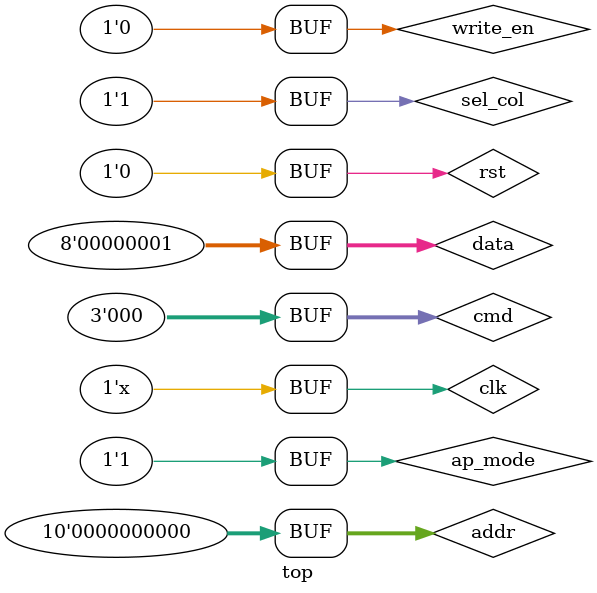
<source format=sv>
module top ();
	reg clk;
	reg rst;
	reg ap_mode;
	reg [2:0] cmd;
	reg write_en;
	reg sel_col;
	reg [7:0] data;
	reg [7:0] data_out;
	reg [9:0] addr;
	reg ap_state_irq;
	
	AP ap (
		.clk(clk),
		.rst(rst),
		.ap_mode(ap_mode),
		.cmd(cmd),
		.sel_col(sel_col),
		.write_en(write_en),
		.data(data),
		.addr(addr),
		.data_out(data_out),
		.ap_state_irq(ap_state_irq)
	);

	initial clk = 0;
	always #1 clk = ~clk;

	initial begin
		#0.01 begin
			rst <= 1;
			clk <= 0;
			rst <= 0;
			ap_mode <= 0;
			cmd <= 0;
			write_en <= 0;
			sel_col <= 0;
			data <= 0;
			addr <= 0;
		end
		#800 rst <= 0;//release reset
		/* Testing Memory features */
    #900 begin
			data <= 1;
			sel_col <= 0; // col_a
			write_en <= 1;
			addr <= 0;
		end
		#905 begin
			data <= 1;
			sel_col <= 1; // col_a
			write_en <= 1;
			addr <= 0;
		end
		#910 begin
			data <= 1;
			sel_col <= 1; // col_a
			write_en <= 0;
			addr <= 0;
		end	
    /* Testing Associative Processing */
    #910 begin
			ap_mode <= 1;
		end	
	end 

endmodule

</source>
